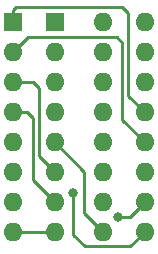
<source format=gbr>
G04 #@! TF.GenerationSoftware,KiCad,Pcbnew,(5.1.4)-1*
G04 #@! TF.CreationDate,2021-07-19T20:27:01-04:00*
G04 #@! TF.ProjectId,9301_to_74ls42,39333031-5f74-46f5-9f37-346c7334322e,rev?*
G04 #@! TF.SameCoordinates,Original*
G04 #@! TF.FileFunction,Copper,L2,Bot*
G04 #@! TF.FilePolarity,Positive*
%FSLAX46Y46*%
G04 Gerber Fmt 4.6, Leading zero omitted, Abs format (unit mm)*
G04 Created by KiCad (PCBNEW (5.1.4)-1) date 2021-07-19 20:27:01*
%MOMM*%
%LPD*%
G04 APERTURE LIST*
%ADD10O,1.600000X1.600000*%
%ADD11R,1.600000X1.600000*%
%ADD12C,0.800000*%
%ADD13C,0.250000*%
G04 APERTURE END LIST*
D10*
X143870000Y-47500000D03*
X136250000Y-65280000D03*
X143870000Y-50040000D03*
X136250000Y-62740000D03*
X143870000Y-52580000D03*
X136250000Y-60200000D03*
X143870000Y-55120000D03*
X136250000Y-57660000D03*
X143870000Y-57660000D03*
X136250000Y-55120000D03*
X143870000Y-60200000D03*
X136250000Y-52580000D03*
X143870000Y-62740000D03*
X136250000Y-50040000D03*
X143870000Y-65280000D03*
D11*
X136250000Y-47500000D03*
D10*
X147370000Y-47500000D03*
X139750000Y-65280000D03*
X147370000Y-50040000D03*
X139750000Y-62740000D03*
X147370000Y-52580000D03*
X139750000Y-60200000D03*
X147370000Y-55120000D03*
X139750000Y-57660000D03*
X147370000Y-57660000D03*
X139750000Y-55120000D03*
X147370000Y-60200000D03*
X139750000Y-52580000D03*
X147370000Y-62740000D03*
X139750000Y-50040000D03*
X147370000Y-65280000D03*
D11*
X139750000Y-47500000D03*
D12*
X145150000Y-64000000D03*
X141300000Y-61950000D03*
D13*
X137381370Y-65280000D02*
X139750000Y-65280000D01*
X136250000Y-65280000D02*
X137381370Y-65280000D01*
X146110000Y-64000000D02*
X147370000Y-62740000D01*
X145150000Y-64000000D02*
X146110000Y-64000000D01*
X141300000Y-61950000D02*
X141300000Y-65500000D01*
X141300000Y-65500000D02*
X142300000Y-66500000D01*
X146150000Y-66500000D02*
X147370000Y-65280000D01*
X142300000Y-66500000D02*
X146150000Y-66500000D01*
X139750000Y-62740000D02*
X137900000Y-60890000D01*
X137900000Y-60890000D02*
X137900000Y-55800000D01*
X137900000Y-55638630D02*
X137900000Y-55800000D01*
X137381370Y-55120000D02*
X137900000Y-55638630D01*
X136250000Y-55120000D02*
X137381370Y-55120000D01*
X139750000Y-60200000D02*
X138400000Y-58850000D01*
X138400000Y-58850000D02*
X138400000Y-53050000D01*
X137930000Y-52580000D02*
X136250000Y-52580000D01*
X138400000Y-53050000D02*
X137930000Y-52580000D01*
X147370000Y-57660000D02*
X145500000Y-55790000D01*
X145500000Y-55790000D02*
X145500000Y-49250000D01*
X145500000Y-49250000D02*
X145000000Y-48750000D01*
X137540000Y-48750000D02*
X136250000Y-50040000D01*
X145000000Y-48750000D02*
X137540000Y-48750000D01*
X139750000Y-57660000D02*
X142250000Y-60160000D01*
X142250000Y-63660000D02*
X143870000Y-65280000D01*
X142250000Y-60160000D02*
X142250000Y-63660000D01*
X136250000Y-46450000D02*
X136250000Y-47500000D01*
X136450000Y-46250000D02*
X136250000Y-46450000D01*
X145500000Y-46250000D02*
X136450000Y-46250000D01*
X146000000Y-46750000D02*
X145500000Y-46250000D01*
X146000000Y-53750000D02*
X146000000Y-46750000D01*
X147370000Y-55120000D02*
X146000000Y-53750000D01*
M02*

</source>
